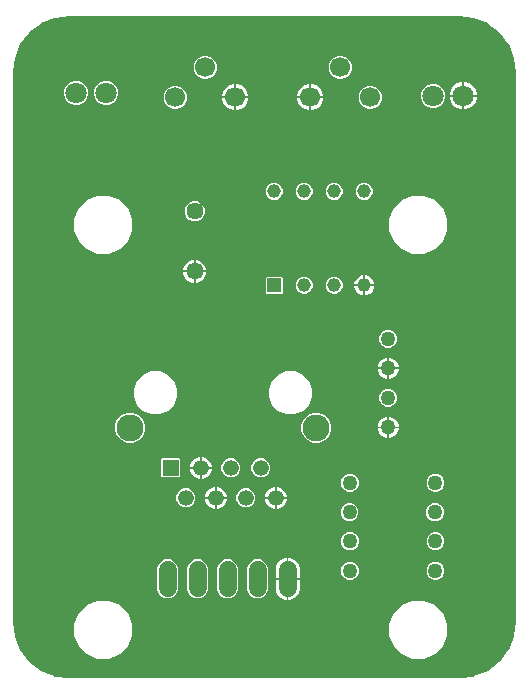
<source format=gbr>
G04 EAGLE Gerber RS-274X export*
G75*
%MOMM*%
%FSLAX34Y34*%
%LPD*%
%INBottom Copper*%
%IPPOS*%
%AMOC8*
5,1,8,0,0,1.08239X$1,22.5*%
G01*
G04 Define Apertures*
%ADD10C,1.800000*%
%ADD11C,1.260000*%
%ADD12C,1.524000*%
%ADD13C,1.700000*%
%ADD14C,2.280000*%
%ADD15R,1.335000X1.335000*%
%ADD16C,1.335000*%
%ADD17C,1.450000*%
%ADD18R,1.170000X1.170000*%
%ADD19C,1.170000*%
G36*
X337249Y3309D02*
X337150Y3302D01*
X6820Y3302D01*
X6721Y3309D01*
X-5497Y4917D01*
X-5689Y4969D01*
X-17075Y9684D01*
X-17247Y9784D01*
X-27024Y17286D01*
X-27164Y17426D01*
X-34666Y27203D01*
X-34766Y27375D01*
X-39482Y38761D01*
X-39533Y38953D01*
X-41141Y51171D01*
X-41148Y51270D01*
X-41148Y516295D01*
X-41141Y516394D01*
X-39533Y528612D01*
X-39482Y528804D01*
X-34766Y540190D01*
X-34666Y540362D01*
X-27164Y550139D01*
X-27024Y550279D01*
X-17247Y557781D01*
X-17075Y557881D01*
X-5689Y562597D01*
X-5497Y562648D01*
X6721Y564256D01*
X6820Y564263D01*
X337150Y564263D01*
X337249Y564256D01*
X349467Y562648D01*
X349659Y562597D01*
X361045Y557881D01*
X361217Y557781D01*
X370994Y550279D01*
X371134Y550139D01*
X378636Y540362D01*
X378736Y540190D01*
X383452Y528804D01*
X383503Y528612D01*
X385111Y516394D01*
X385118Y516295D01*
X385118Y51270D01*
X385111Y51171D01*
X383503Y38953D01*
X383452Y38761D01*
X378736Y27375D01*
X378636Y27203D01*
X371134Y17426D01*
X370994Y17286D01*
X361217Y9784D01*
X361045Y9684D01*
X349659Y4969D01*
X349467Y4917D01*
X337249Y3309D01*
G37*
%LPC*%
G36*
X234277Y510930D02*
X238163Y510930D01*
X241754Y512417D01*
X244503Y515166D01*
X245990Y518757D01*
X245990Y522643D01*
X244503Y526234D01*
X241754Y528983D01*
X238163Y530470D01*
X234277Y530470D01*
X230686Y528983D01*
X227937Y526234D01*
X226450Y522643D01*
X226450Y518757D01*
X227937Y515166D01*
X230686Y512417D01*
X234277Y510930D01*
G37*
G36*
X119977Y510930D02*
X123863Y510930D01*
X127454Y512417D01*
X130203Y515166D01*
X131690Y518757D01*
X131690Y522643D01*
X130203Y526234D01*
X127454Y528983D01*
X123863Y530470D01*
X119977Y530470D01*
X116386Y528983D01*
X113637Y526234D01*
X112150Y522643D01*
X112150Y518757D01*
X113637Y515166D01*
X116386Y512417D01*
X119977Y510930D01*
G37*
G36*
X36057Y488840D02*
X40143Y488840D01*
X43918Y490404D01*
X46806Y493293D01*
X48370Y497067D01*
X48370Y501153D01*
X46806Y504928D01*
X43918Y507816D01*
X40143Y509380D01*
X36057Y509380D01*
X32283Y507816D01*
X29394Y504928D01*
X27830Y501153D01*
X27830Y497067D01*
X29394Y493293D01*
X32283Y490404D01*
X36057Y488840D01*
G37*
G36*
X10657Y488840D02*
X14743Y488840D01*
X18518Y490404D01*
X21406Y493293D01*
X22970Y497067D01*
X22970Y501153D01*
X21406Y504928D01*
X18518Y507816D01*
X14743Y509380D01*
X10657Y509380D01*
X6883Y507816D01*
X3994Y504928D01*
X2430Y501153D01*
X2430Y497067D01*
X3994Y493293D01*
X6883Y490404D01*
X10657Y488840D01*
G37*
G36*
X328820Y497332D02*
X339598Y497332D01*
X339598Y508110D01*
X338065Y508110D01*
X333823Y506353D01*
X330577Y503107D01*
X328820Y498865D01*
X328820Y497332D01*
G37*
G36*
X341122Y497332D02*
X351900Y497332D01*
X351900Y498865D01*
X350143Y503107D01*
X346897Y506353D01*
X342655Y508110D01*
X341122Y508110D01*
X341122Y497332D01*
G37*
G36*
X312917Y486300D02*
X317003Y486300D01*
X320778Y487864D01*
X323666Y490753D01*
X325230Y494527D01*
X325230Y498613D01*
X323666Y502388D01*
X320778Y505276D01*
X317003Y506840D01*
X312917Y506840D01*
X309143Y505276D01*
X306254Y502388D01*
X304690Y498613D01*
X304690Y494527D01*
X306254Y490753D01*
X309143Y487864D01*
X312917Y486300D01*
G37*
G36*
X199780Y496062D02*
X210058Y496062D01*
X210058Y506340D01*
X208624Y506340D01*
X204566Y504659D01*
X201461Y501554D01*
X199780Y497496D01*
X199780Y496062D01*
G37*
G36*
X136280Y496062D02*
X146558Y496062D01*
X146558Y506340D01*
X145124Y506340D01*
X141066Y504659D01*
X137961Y501554D01*
X136280Y497496D01*
X136280Y496062D01*
G37*
G36*
X148082Y496062D02*
X158360Y496062D01*
X158360Y497496D01*
X156679Y501554D01*
X153574Y504659D01*
X149516Y506340D01*
X148082Y506340D01*
X148082Y496062D01*
G37*
G36*
X211582Y496062D02*
X221860Y496062D01*
X221860Y497496D01*
X220179Y501554D01*
X217074Y504659D01*
X213016Y506340D01*
X211582Y506340D01*
X211582Y496062D01*
G37*
G36*
X259677Y485530D02*
X263563Y485530D01*
X267154Y487017D01*
X269903Y489766D01*
X271390Y493357D01*
X271390Y497243D01*
X269903Y500834D01*
X267154Y503583D01*
X263563Y505070D01*
X259677Y505070D01*
X256086Y503583D01*
X253337Y500834D01*
X251850Y497243D01*
X251850Y493357D01*
X253337Y489766D01*
X256086Y487017D01*
X259677Y485530D01*
G37*
G36*
X94577Y485530D02*
X98463Y485530D01*
X102054Y487017D01*
X104803Y489766D01*
X106290Y493357D01*
X106290Y497243D01*
X104803Y500834D01*
X102054Y503583D01*
X98463Y505070D01*
X94577Y505070D01*
X90986Y503583D01*
X88237Y500834D01*
X86750Y497243D01*
X86750Y493357D01*
X88237Y489766D01*
X90986Y487017D01*
X94577Y485530D01*
G37*
G36*
X341122Y485030D02*
X342655Y485030D01*
X346897Y486787D01*
X350143Y490033D01*
X351900Y494275D01*
X351900Y495808D01*
X341122Y495808D01*
X341122Y485030D01*
G37*
G36*
X338065Y485030D02*
X339598Y485030D01*
X339598Y495808D01*
X328820Y495808D01*
X328820Y494275D01*
X330577Y490033D01*
X333823Y486787D01*
X338065Y485030D01*
G37*
G36*
X211582Y484260D02*
X213016Y484260D01*
X217074Y485941D01*
X220179Y489046D01*
X221860Y493104D01*
X221860Y494538D01*
X211582Y494538D01*
X211582Y484260D01*
G37*
G36*
X208624Y484260D02*
X210058Y484260D01*
X210058Y494538D01*
X199780Y494538D01*
X199780Y493104D01*
X201461Y489046D01*
X204566Y485941D01*
X208624Y484260D01*
G37*
G36*
X148082Y484260D02*
X149516Y484260D01*
X153574Y485941D01*
X156679Y489046D01*
X158360Y493104D01*
X158360Y494538D01*
X148082Y494538D01*
X148082Y484260D01*
G37*
G36*
X145124Y484260D02*
X146558Y484260D01*
X146558Y494538D01*
X136280Y494538D01*
X136280Y493104D01*
X137961Y489046D01*
X141066Y485941D01*
X145124Y484260D01*
G37*
G36*
X255124Y408500D02*
X257956Y408500D01*
X260573Y409584D01*
X262576Y411587D01*
X263660Y414204D01*
X263660Y417036D01*
X262576Y419653D01*
X260573Y421656D01*
X257956Y422740D01*
X255124Y422740D01*
X252507Y421656D01*
X250504Y419653D01*
X249420Y417036D01*
X249420Y414204D01*
X250504Y411587D01*
X252507Y409584D01*
X255124Y408500D01*
G37*
G36*
X229724Y408500D02*
X232556Y408500D01*
X235173Y409584D01*
X237176Y411587D01*
X238260Y414204D01*
X238260Y417036D01*
X237176Y419653D01*
X235173Y421656D01*
X232556Y422740D01*
X229724Y422740D01*
X227107Y421656D01*
X225104Y419653D01*
X224020Y417036D01*
X224020Y414204D01*
X225104Y411587D01*
X227107Y409584D01*
X229724Y408500D01*
G37*
G36*
X204324Y408500D02*
X207156Y408500D01*
X209773Y409584D01*
X211776Y411587D01*
X212860Y414204D01*
X212860Y417036D01*
X211776Y419653D01*
X209773Y421656D01*
X207156Y422740D01*
X204324Y422740D01*
X201707Y421656D01*
X199704Y419653D01*
X198620Y417036D01*
X198620Y414204D01*
X199704Y411587D01*
X201707Y409584D01*
X204324Y408500D01*
G37*
G36*
X178924Y408500D02*
X181756Y408500D01*
X184373Y409584D01*
X186376Y411587D01*
X187460Y414204D01*
X187460Y417036D01*
X186376Y419653D01*
X184373Y421656D01*
X181756Y422740D01*
X178924Y422740D01*
X176307Y421656D01*
X174304Y419653D01*
X173220Y417036D01*
X173220Y414204D01*
X174304Y411587D01*
X176307Y409584D01*
X178924Y408500D01*
G37*
G36*
X297380Y362818D02*
X307140Y362818D01*
X316156Y366553D01*
X323057Y373454D01*
X326792Y382470D01*
X326792Y392230D01*
X323057Y401246D01*
X316156Y408147D01*
X307140Y411882D01*
X297380Y411882D01*
X288364Y408147D01*
X281463Y401246D01*
X277728Y392230D01*
X277728Y382470D01*
X281463Y373454D01*
X288364Y366553D01*
X297380Y362818D01*
G37*
G36*
X30680Y362818D02*
X40440Y362818D01*
X49456Y366553D01*
X56357Y373454D01*
X60092Y382470D01*
X60092Y392230D01*
X56357Y401246D01*
X49456Y408147D01*
X40440Y411882D01*
X30680Y411882D01*
X21664Y408147D01*
X14763Y401246D01*
X11028Y392230D01*
X11028Y382470D01*
X14763Y373454D01*
X21664Y366553D01*
X30680Y362818D01*
G37*
G36*
X111335Y390260D02*
X114725Y390260D01*
X117856Y391557D01*
X120253Y393954D01*
X121550Y397085D01*
X121550Y400475D01*
X120253Y403606D01*
X117856Y406003D01*
X114725Y407300D01*
X111335Y407300D01*
X108204Y406003D01*
X105807Y403606D01*
X104510Y400475D01*
X104510Y397085D01*
X105807Y393954D01*
X108204Y391557D01*
X111335Y390260D01*
G37*
G36*
X103240Y348742D02*
X112268Y348742D01*
X112268Y357770D01*
X111083Y357770D01*
X107484Y356280D01*
X104730Y353526D01*
X103240Y349927D01*
X103240Y348742D01*
G37*
G36*
X113792Y348742D02*
X122820Y348742D01*
X122820Y349927D01*
X121330Y353526D01*
X118576Y356280D01*
X114977Y357770D01*
X113792Y357770D01*
X113792Y348742D01*
G37*
G36*
X113792Y338190D02*
X114977Y338190D01*
X118576Y339680D01*
X121330Y342434D01*
X122820Y346033D01*
X122820Y347218D01*
X113792Y347218D01*
X113792Y338190D01*
G37*
G36*
X111083Y338190D02*
X112268Y338190D01*
X112268Y347218D01*
X103240Y347218D01*
X103240Y346033D01*
X104730Y342434D01*
X107484Y339680D01*
X111083Y338190D01*
G37*
G36*
X248150Y336982D02*
X255778Y336982D01*
X255778Y344610D01*
X254871Y344610D01*
X251787Y343333D01*
X249427Y340973D01*
X248150Y337889D01*
X248150Y336982D01*
G37*
G36*
X257302Y336982D02*
X264930Y336982D01*
X264930Y337889D01*
X263653Y340973D01*
X261293Y343333D01*
X258209Y344610D01*
X257302Y344610D01*
X257302Y336982D01*
G37*
G36*
X229724Y329100D02*
X232556Y329100D01*
X235173Y330184D01*
X237176Y332187D01*
X238260Y334804D01*
X238260Y337636D01*
X237176Y340253D01*
X235173Y342256D01*
X232556Y343340D01*
X229724Y343340D01*
X227107Y342256D01*
X225104Y340253D01*
X224020Y337636D01*
X224020Y334804D01*
X225104Y332187D01*
X227107Y330184D01*
X229724Y329100D01*
G37*
G36*
X204324Y329100D02*
X207156Y329100D01*
X209773Y330184D01*
X211776Y332187D01*
X212860Y334804D01*
X212860Y337636D01*
X211776Y340253D01*
X209773Y342256D01*
X207156Y343340D01*
X204324Y343340D01*
X201707Y342256D01*
X199704Y340253D01*
X198620Y337636D01*
X198620Y334804D01*
X199704Y332187D01*
X201707Y330184D01*
X204324Y329100D01*
G37*
G36*
X173964Y329100D02*
X186716Y329100D01*
X187460Y329844D01*
X187460Y342596D01*
X186716Y343340D01*
X173964Y343340D01*
X173220Y342596D01*
X173220Y329844D01*
X173964Y329100D01*
G37*
G36*
X257302Y327830D02*
X258209Y327830D01*
X261293Y329107D01*
X263653Y331467D01*
X264930Y334551D01*
X264930Y335458D01*
X257302Y335458D01*
X257302Y327830D01*
G37*
G36*
X254871Y327830D02*
X255778Y327830D01*
X255778Y335458D01*
X248150Y335458D01*
X248150Y334551D01*
X249427Y331467D01*
X251787Y329107D01*
X254871Y327830D01*
G37*
G36*
X275354Y283260D02*
X278366Y283260D01*
X281148Y284412D01*
X283278Y286542D01*
X284430Y289324D01*
X284430Y292336D01*
X283278Y295118D01*
X281148Y297248D01*
X278366Y298400D01*
X275354Y298400D01*
X272572Y297248D01*
X270442Y295118D01*
X269290Y292336D01*
X269290Y289324D01*
X270442Y286542D01*
X272572Y284412D01*
X275354Y283260D01*
G37*
G36*
X268020Y266592D02*
X276098Y266592D01*
X276098Y274670D01*
X275102Y274670D01*
X271853Y273324D01*
X269366Y270837D01*
X268020Y267588D01*
X268020Y266592D01*
G37*
G36*
X277622Y266592D02*
X285700Y266592D01*
X285700Y267588D01*
X284354Y270837D01*
X281867Y273324D01*
X278618Y274670D01*
X277622Y274670D01*
X277622Y266592D01*
G37*
G36*
X277622Y256990D02*
X278618Y256990D01*
X281867Y258336D01*
X284354Y260823D01*
X285700Y264072D01*
X285700Y265068D01*
X277622Y265068D01*
X277622Y256990D01*
G37*
G36*
X275102Y256990D02*
X276098Y256990D01*
X276098Y265068D01*
X268020Y265068D01*
X268020Y264072D01*
X269366Y260823D01*
X271853Y258336D01*
X275102Y256990D01*
G37*
G36*
X190673Y226828D02*
X197947Y226828D01*
X204666Y229611D01*
X209809Y234754D01*
X212592Y241473D01*
X212592Y248747D01*
X209809Y255466D01*
X204666Y260609D01*
X197947Y263392D01*
X190673Y263392D01*
X183954Y260609D01*
X178811Y255466D01*
X176028Y248747D01*
X176028Y241473D01*
X178811Y234754D01*
X183954Y229611D01*
X190673Y226828D01*
G37*
G36*
X76373Y226828D02*
X83647Y226828D01*
X90366Y229611D01*
X95509Y234754D01*
X98292Y241473D01*
X98292Y248747D01*
X95509Y255466D01*
X90366Y260609D01*
X83647Y263392D01*
X76373Y263392D01*
X69654Y260609D01*
X64511Y255466D01*
X61728Y248747D01*
X61728Y241473D01*
X64511Y234754D01*
X69654Y229611D01*
X76373Y226828D01*
G37*
G36*
X275354Y233260D02*
X278366Y233260D01*
X281148Y234412D01*
X283278Y236542D01*
X284430Y239324D01*
X284430Y242336D01*
X283278Y245118D01*
X281148Y247248D01*
X278366Y248400D01*
X275354Y248400D01*
X272572Y247248D01*
X270442Y245118D01*
X269290Y242336D01*
X269290Y239324D01*
X270442Y236542D01*
X272572Y234412D01*
X275354Y233260D01*
G37*
G36*
X213390Y202940D02*
X218430Y202940D01*
X223087Y204869D01*
X226651Y208433D01*
X228580Y213090D01*
X228580Y218130D01*
X226651Y222787D01*
X223087Y226351D01*
X218430Y228280D01*
X213390Y228280D01*
X208733Y226351D01*
X205169Y222787D01*
X203240Y218130D01*
X203240Y213090D01*
X205169Y208433D01*
X208733Y204869D01*
X213390Y202940D01*
G37*
G36*
X55890Y202940D02*
X60930Y202940D01*
X65587Y204869D01*
X69151Y208433D01*
X71080Y213090D01*
X71080Y218130D01*
X69151Y222787D01*
X65587Y226351D01*
X60930Y228280D01*
X55890Y228280D01*
X51233Y226351D01*
X47669Y222787D01*
X45740Y218130D01*
X45740Y213090D01*
X47669Y208433D01*
X51233Y204869D01*
X55890Y202940D01*
G37*
G36*
X268020Y216592D02*
X276098Y216592D01*
X276098Y224670D01*
X275102Y224670D01*
X271853Y223324D01*
X269366Y220837D01*
X268020Y217588D01*
X268020Y216592D01*
G37*
G36*
X277622Y216592D02*
X285700Y216592D01*
X285700Y217588D01*
X284354Y220837D01*
X281867Y223324D01*
X278618Y224670D01*
X277622Y224670D01*
X277622Y216592D01*
G37*
G36*
X277622Y206990D02*
X278618Y206990D01*
X281867Y208336D01*
X284354Y210823D01*
X285700Y214072D01*
X285700Y215068D01*
X277622Y215068D01*
X277622Y206990D01*
G37*
G36*
X275102Y206990D02*
X276098Y206990D01*
X276098Y215068D01*
X268020Y215068D01*
X268020Y214072D01*
X269366Y210823D01*
X271853Y208336D01*
X275102Y206990D01*
G37*
G36*
X108895Y182372D02*
X117348Y182372D01*
X117348Y190825D01*
X116277Y190825D01*
X112890Y189422D01*
X110298Y186830D01*
X108895Y183443D01*
X108895Y182372D01*
G37*
G36*
X118872Y182372D02*
X127325Y182372D01*
X127325Y183443D01*
X125922Y186830D01*
X123330Y189422D01*
X119943Y190825D01*
X118872Y190825D01*
X118872Y182372D01*
G37*
G36*
X167330Y173665D02*
X170490Y173665D01*
X173411Y174875D01*
X175645Y177110D01*
X176855Y180030D01*
X176855Y183190D01*
X175645Y186111D01*
X173411Y188345D01*
X170490Y189555D01*
X167330Y189555D01*
X164410Y188345D01*
X162175Y186111D01*
X160965Y183190D01*
X160965Y180030D01*
X162175Y177110D01*
X164410Y174875D01*
X167330Y173665D01*
G37*
G36*
X85509Y173665D02*
X99911Y173665D01*
X100655Y174409D01*
X100655Y188811D01*
X99911Y189555D01*
X85509Y189555D01*
X84765Y188811D01*
X84765Y174409D01*
X85509Y173665D01*
G37*
G36*
X141930Y173665D02*
X145090Y173665D01*
X148011Y174875D01*
X150245Y177110D01*
X151455Y180030D01*
X151455Y183190D01*
X150245Y186111D01*
X148011Y188345D01*
X145090Y189555D01*
X141930Y189555D01*
X139010Y188345D01*
X136775Y186111D01*
X135565Y183190D01*
X135565Y180030D01*
X136775Y177110D01*
X139010Y174875D01*
X141930Y173665D01*
G37*
G36*
X118872Y172395D02*
X119943Y172395D01*
X123330Y173798D01*
X125922Y176390D01*
X127325Y179777D01*
X127325Y180848D01*
X118872Y180848D01*
X118872Y172395D01*
G37*
G36*
X116277Y172395D02*
X117348Y172395D01*
X117348Y180848D01*
X108895Y180848D01*
X108895Y179777D01*
X110298Y176390D01*
X112890Y173798D01*
X116277Y172395D01*
G37*
G36*
X242964Y161340D02*
X245976Y161340D01*
X248758Y162492D01*
X250888Y164622D01*
X252040Y167404D01*
X252040Y170416D01*
X250888Y173198D01*
X248758Y175328D01*
X245976Y176480D01*
X242964Y176480D01*
X240182Y175328D01*
X238052Y173198D01*
X236900Y170416D01*
X236900Y167404D01*
X238052Y164622D01*
X240182Y162492D01*
X242964Y161340D01*
G37*
G36*
X315364Y161340D02*
X318376Y161340D01*
X321158Y162492D01*
X323288Y164622D01*
X324440Y167404D01*
X324440Y170416D01*
X323288Y173198D01*
X321158Y175328D01*
X318376Y176480D01*
X315364Y176480D01*
X312582Y175328D01*
X310452Y173198D01*
X309300Y170416D01*
X309300Y167404D01*
X310452Y164622D01*
X312582Y162492D01*
X315364Y161340D01*
G37*
G36*
X121595Y156972D02*
X130048Y156972D01*
X130048Y165425D01*
X128977Y165425D01*
X125590Y164022D01*
X122998Y161430D01*
X121595Y158043D01*
X121595Y156972D01*
G37*
G36*
X172395Y156972D02*
X180848Y156972D01*
X180848Y165425D01*
X179777Y165425D01*
X176390Y164022D01*
X173798Y161430D01*
X172395Y158043D01*
X172395Y156972D01*
G37*
G36*
X182372Y156972D02*
X190825Y156972D01*
X190825Y158043D01*
X189422Y161430D01*
X186830Y164022D01*
X183443Y165425D01*
X182372Y165425D01*
X182372Y156972D01*
G37*
G36*
X131572Y156972D02*
X140025Y156972D01*
X140025Y158043D01*
X138622Y161430D01*
X136030Y164022D01*
X132643Y165425D01*
X131572Y165425D01*
X131572Y156972D01*
G37*
G36*
X103830Y148265D02*
X106990Y148265D01*
X109911Y149475D01*
X112145Y151710D01*
X113355Y154630D01*
X113355Y157790D01*
X112145Y160711D01*
X109911Y162945D01*
X106990Y164155D01*
X103830Y164155D01*
X100910Y162945D01*
X98675Y160711D01*
X97465Y157790D01*
X97465Y154630D01*
X98675Y151710D01*
X100910Y149475D01*
X103830Y148265D01*
G37*
G36*
X154630Y148265D02*
X157790Y148265D01*
X160711Y149475D01*
X162945Y151710D01*
X164155Y154630D01*
X164155Y157790D01*
X162945Y160711D01*
X160711Y162945D01*
X157790Y164155D01*
X154630Y164155D01*
X151710Y162945D01*
X149475Y160711D01*
X148265Y157790D01*
X148265Y154630D01*
X149475Y151710D01*
X151710Y149475D01*
X154630Y148265D01*
G37*
G36*
X182372Y146995D02*
X183443Y146995D01*
X186830Y148398D01*
X189422Y150990D01*
X190825Y154377D01*
X190825Y155448D01*
X182372Y155448D01*
X182372Y146995D01*
G37*
G36*
X179777Y146995D02*
X180848Y146995D01*
X180848Y155448D01*
X172395Y155448D01*
X172395Y154377D01*
X173798Y150990D01*
X176390Y148398D01*
X179777Y146995D01*
G37*
G36*
X131572Y146995D02*
X132643Y146995D01*
X136030Y148398D01*
X138622Y150990D01*
X140025Y154377D01*
X140025Y155448D01*
X131572Y155448D01*
X131572Y146995D01*
G37*
G36*
X128977Y146995D02*
X130048Y146995D01*
X130048Y155448D01*
X121595Y155448D01*
X121595Y154377D01*
X122998Y150990D01*
X125590Y148398D01*
X128977Y146995D01*
G37*
G36*
X315012Y136292D02*
X318024Y136292D01*
X320806Y137444D01*
X322936Y139574D01*
X324088Y142356D01*
X324088Y145368D01*
X322936Y148150D01*
X320806Y150280D01*
X318024Y151432D01*
X315012Y151432D01*
X312230Y150280D01*
X310100Y148150D01*
X308948Y145368D01*
X308948Y142356D01*
X310100Y139574D01*
X312230Y137444D01*
X315012Y136292D01*
G37*
G36*
X242612Y136292D02*
X245624Y136292D01*
X248406Y137444D01*
X250536Y139574D01*
X251688Y142356D01*
X251688Y145368D01*
X250536Y148150D01*
X248406Y150280D01*
X245624Y151432D01*
X242612Y151432D01*
X239830Y150280D01*
X237700Y148150D01*
X236548Y145368D01*
X236548Y142356D01*
X237700Y139574D01*
X239830Y137444D01*
X242612Y136292D01*
G37*
G36*
X315364Y111810D02*
X318376Y111810D01*
X321158Y112962D01*
X323288Y115092D01*
X324440Y117874D01*
X324440Y120886D01*
X323288Y123668D01*
X321158Y125798D01*
X318376Y126950D01*
X315364Y126950D01*
X312582Y125798D01*
X310452Y123668D01*
X309300Y120886D01*
X309300Y117874D01*
X310452Y115092D01*
X312582Y112962D01*
X315364Y111810D01*
G37*
G36*
X242964Y111810D02*
X245976Y111810D01*
X248758Y112962D01*
X250888Y115092D01*
X252040Y117874D01*
X252040Y120886D01*
X250888Y123668D01*
X248758Y125798D01*
X245976Y126950D01*
X242964Y126950D01*
X240182Y125798D01*
X238052Y123668D01*
X236900Y120886D01*
X236900Y117874D01*
X238052Y115092D01*
X240182Y112962D01*
X242964Y111810D01*
G37*
G36*
X181485Y88267D02*
X190883Y88267D01*
X190883Y105285D01*
X189624Y105285D01*
X185890Y103738D01*
X183032Y100880D01*
X181485Y97146D01*
X181485Y88267D01*
G37*
G36*
X192407Y88267D02*
X201805Y88267D01*
X201805Y97146D01*
X200258Y100880D01*
X197400Y103738D01*
X193666Y105285D01*
X192407Y105285D01*
X192407Y88267D01*
G37*
G36*
X164477Y70995D02*
X168013Y70995D01*
X171281Y72348D01*
X173782Y74849D01*
X175135Y78117D01*
X175135Y96893D01*
X173782Y100161D01*
X171281Y102662D01*
X168013Y104015D01*
X164477Y104015D01*
X161209Y102662D01*
X158708Y100161D01*
X157355Y96893D01*
X157355Y78117D01*
X158708Y74849D01*
X161209Y72348D01*
X164477Y70995D01*
G37*
G36*
X139077Y70995D02*
X142613Y70995D01*
X145881Y72348D01*
X148382Y74849D01*
X149735Y78117D01*
X149735Y96893D01*
X148382Y100161D01*
X145881Y102662D01*
X142613Y104015D01*
X139077Y104015D01*
X135809Y102662D01*
X133308Y100161D01*
X131955Y96893D01*
X131955Y78117D01*
X133308Y74849D01*
X135809Y72348D01*
X139077Y70995D01*
G37*
G36*
X113677Y70995D02*
X117213Y70995D01*
X120481Y72348D01*
X122982Y74849D01*
X124335Y78117D01*
X124335Y96893D01*
X122982Y100161D01*
X120481Y102662D01*
X117213Y104015D01*
X113677Y104015D01*
X110409Y102662D01*
X107908Y100161D01*
X106555Y96893D01*
X106555Y78117D01*
X107908Y74849D01*
X110409Y72348D01*
X113677Y70995D01*
G37*
G36*
X88277Y70995D02*
X91813Y70995D01*
X95081Y72348D01*
X97582Y74849D01*
X98935Y78117D01*
X98935Y96893D01*
X97582Y100161D01*
X95081Y102662D01*
X91813Y104015D01*
X88277Y104015D01*
X85009Y102662D01*
X82508Y100161D01*
X81155Y96893D01*
X81155Y78117D01*
X82508Y74849D01*
X85009Y72348D01*
X88277Y70995D01*
G37*
G36*
X315364Y86762D02*
X318376Y86762D01*
X321158Y87914D01*
X323288Y90044D01*
X324440Y92826D01*
X324440Y95838D01*
X323288Y98620D01*
X321158Y100750D01*
X318376Y101902D01*
X315364Y101902D01*
X312582Y100750D01*
X310452Y98620D01*
X309300Y95838D01*
X309300Y92826D01*
X310452Y90044D01*
X312582Y87914D01*
X315364Y86762D01*
G37*
G36*
X242964Y86762D02*
X245976Y86762D01*
X248758Y87914D01*
X250888Y90044D01*
X252040Y92826D01*
X252040Y95838D01*
X250888Y98620D01*
X248758Y100750D01*
X245976Y101902D01*
X242964Y101902D01*
X240182Y100750D01*
X238052Y98620D01*
X236900Y95838D01*
X236900Y92826D01*
X238052Y90044D01*
X240182Y87914D01*
X242964Y86762D01*
G37*
G36*
X192407Y69725D02*
X193666Y69725D01*
X197400Y71272D01*
X200258Y74130D01*
X201805Y77864D01*
X201805Y86743D01*
X192407Y86743D01*
X192407Y69725D01*
G37*
G36*
X189624Y69725D02*
X190883Y69725D01*
X190883Y86743D01*
X181485Y86743D01*
X181485Y77864D01*
X183032Y74130D01*
X185890Y71272D01*
X189624Y69725D01*
G37*
G36*
X297380Y19918D02*
X307140Y19918D01*
X316156Y23653D01*
X323057Y30554D01*
X326792Y39570D01*
X326792Y49330D01*
X323057Y58346D01*
X316156Y65247D01*
X307140Y68982D01*
X297380Y68982D01*
X288364Y65247D01*
X281463Y58346D01*
X277728Y49330D01*
X277728Y39570D01*
X281463Y30554D01*
X288364Y23653D01*
X297380Y19918D01*
G37*
G36*
X30680Y19918D02*
X40440Y19918D01*
X49456Y23653D01*
X56357Y30554D01*
X60092Y39570D01*
X60092Y49330D01*
X56357Y58346D01*
X49456Y65247D01*
X40440Y68982D01*
X30680Y68982D01*
X21664Y65247D01*
X14763Y58346D01*
X11028Y49330D01*
X11028Y39570D01*
X14763Y30554D01*
X21664Y23653D01*
X30680Y19918D01*
G37*
%LPD*%
D10*
X340360Y496570D03*
X314960Y496570D03*
D11*
X276860Y290830D03*
X276860Y265830D03*
X276860Y240830D03*
X276860Y215830D03*
D12*
X191645Y95125D02*
X191645Y79885D01*
X166245Y79885D02*
X166245Y95125D01*
X140845Y95125D02*
X140845Y79885D01*
X115445Y79885D02*
X115445Y95125D01*
X90045Y95125D02*
X90045Y79885D01*
D13*
X261620Y495300D03*
X236220Y520700D03*
X210820Y495300D03*
D14*
X58410Y215610D03*
X215910Y215610D03*
D15*
X92710Y181610D03*
D16*
X105410Y156210D03*
X118110Y181610D03*
X130810Y156210D03*
X143510Y181610D03*
X156210Y156210D03*
X168910Y181610D03*
X181610Y156210D03*
D13*
X147320Y495300D03*
X121920Y520700D03*
X96520Y495300D03*
D11*
X244470Y94332D03*
X316870Y94332D03*
X316870Y119380D03*
X244470Y119380D03*
X316518Y143862D03*
X244118Y143862D03*
D17*
X113030Y398780D03*
X113030Y347980D03*
D11*
X316870Y168910D03*
X244470Y168910D03*
D18*
X180340Y336220D03*
D19*
X205740Y336220D03*
X231140Y336220D03*
X256540Y336220D03*
X256540Y415620D03*
X231140Y415620D03*
X205740Y415620D03*
X180340Y415620D03*
D10*
X12700Y499110D03*
X38100Y499110D03*
M02*

</source>
